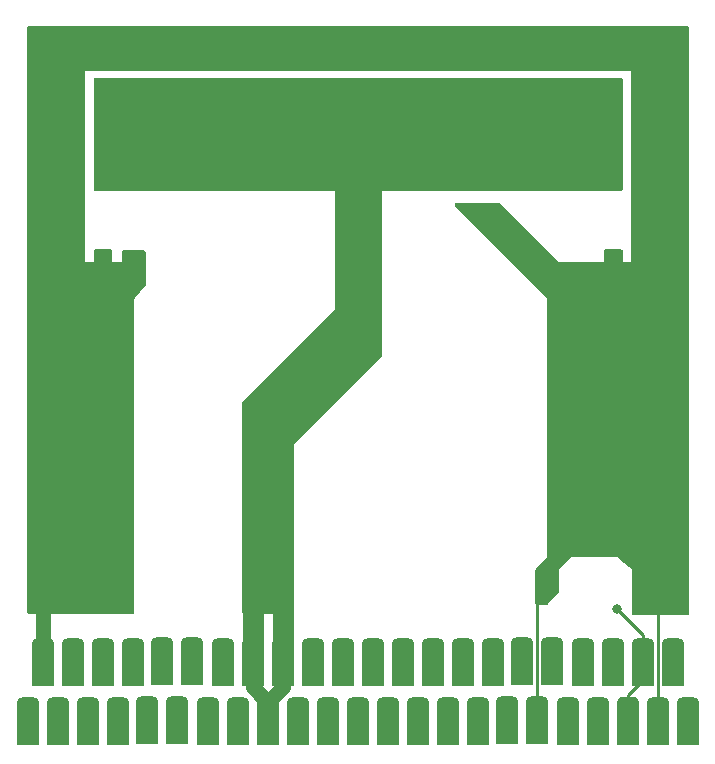
<source format=gbr>
%TF.GenerationSoftware,KiCad,Pcbnew,(6.0.6)*%
%TF.CreationDate,2022-12-14T21:04:27-05:00*%
%TF.ProjectId,Cartridge,43617274-7269-4646-9765-2e6b69636164,rev?*%
%TF.SameCoordinates,Original*%
%TF.FileFunction,Copper,L1,Top*%
%TF.FilePolarity,Positive*%
%FSLAX46Y46*%
G04 Gerber Fmt 4.6, Leading zero omitted, Abs format (unit mm)*
G04 Created by KiCad (PCBNEW (6.0.6)) date 2022-12-14 21:04:27*
%MOMM*%
%LPD*%
G01*
G04 APERTURE LIST*
G04 Aperture macros list*
%AMFreePoly0*
4,1,17,-0.910000,1.545000,-0.901941,1.630258,-0.857113,1.757908,-0.776734,1.866734,-0.667908,1.947113,-0.540258,1.991941,-0.455000,2.000000,0.455000,2.000000,0.540258,1.991941,0.667908,1.947113,0.776734,1.866734,0.857113,1.757908,0.901941,1.630258,0.910000,1.545000,0.910000,-2.000000,-0.910000,-2.000000,-0.910000,1.545000,-0.910000,1.545000,$1*%
%AMFreePoly1*
4,1,17,-0.910000,1.610000,-0.901941,1.695258,-0.857113,1.822908,-0.776734,1.931734,-0.667908,2.012113,-0.540258,2.056941,-0.455000,2.065000,0.455000,2.065000,0.540258,2.056941,0.667908,2.012113,0.776734,1.931734,0.857113,1.822908,0.901941,1.695258,0.910000,1.610000,0.910000,-2.065000,-0.910000,-2.065000,-0.910000,1.610000,-0.910000,1.610000,$1*%
G04 Aperture macros list end*
%TA.AperFunction,ConnectorPad*%
%ADD10FreePoly0,0.000000*%
%TD*%
%TA.AperFunction,ConnectorPad*%
%ADD11FreePoly1,0.000000*%
%TD*%
%TA.AperFunction,ViaPad*%
%ADD12C,0.800000*%
%TD*%
%TA.AperFunction,ViaPad*%
%ADD13C,2.300000*%
%TD*%
%TA.AperFunction,Conductor*%
%ADD14C,0.250000*%
%TD*%
%TA.AperFunction,Conductor*%
%ADD15C,1.300000*%
%TD*%
%TA.AperFunction,Conductor*%
%ADD16C,1.800000*%
%TD*%
%TA.AperFunction,Conductor*%
%ADD17C,1.000000*%
%TD*%
%TA.AperFunction,Conductor*%
%ADD18C,1.650000*%
%TD*%
G04 APERTURE END LIST*
D10*
%TO.P,J1,1,+34V*%
%TO.N,unconnected-(J1-Pad1)*%
X122030000Y-105820000D03*
%TO.P,J1,2,+5V*%
%TO.N,+5V*%
X123300000Y-100820000D03*
%TO.P,J1,3,Write*%
%TO.N,unconnected-(J1-Pad3)*%
X124570000Y-105820000D03*
%TO.P,J1,4,A12*%
%TO.N,unconnected-(J1-Pad4)*%
X125840000Y-100820000D03*
%TO.P,J1,5,A7*%
%TO.N,unconnected-(J1-Pad5)*%
X127110000Y-105820000D03*
%TO.P,J1,6,A6*%
%TO.N,unconnected-(J1-Pad6)*%
X128380000Y-100820000D03*
%TO.P,J1,7,A5*%
%TO.N,unconnected-(J1-Pad7)*%
X129650000Y-105820000D03*
%TO.P,J1,8,A4*%
%TO.N,unconnected-(J1-Pad8)*%
X130920000Y-100820000D03*
%TO.P,J1,9,A3*%
%TO.N,unconnected-(J1-Pad9)*%
X132150400Y-105787201D03*
%TO.P,J1,10,A2*%
%TO.N,unconnected-(J1-Pad10)*%
X133420400Y-100787201D03*
%TO.P,J1,11,A1*%
%TO.N,unconnected-(J1-Pad11)*%
X134699200Y-105787201D03*
%TO.P,J1,12,A0*%
%TO.N,unconnected-(J1-Pad12)*%
X135969200Y-100787201D03*
%TO.P,J1,13,D0*%
%TO.N,unconnected-(J1-Pad13)*%
X137270000Y-105820000D03*
%TO.P,J1,14,D1*%
%TO.N,unconnected-(J1-Pad14)*%
X138540000Y-100820000D03*
%TO.P,J1,15,D2*%
%TO.N,unconnected-(J1-Pad15)*%
X139810000Y-105820000D03*
%TO.P,J1,16,GND*%
%TO.N,GND*%
X141080000Y-100820000D03*
D11*
%TO.P,J1,17,GND*%
X142370000Y-105885000D03*
D10*
%TO.P,J1,18,GND*%
X143620000Y-100820000D03*
%TO.P,J1,19,D3*%
%TO.N,unconnected-(J1-Pad19)*%
X144890000Y-105820000D03*
%TO.P,J1,20,D4*%
%TO.N,unconnected-(J1-Pad20)*%
X146160000Y-100820000D03*
%TO.P,J1,21,D5*%
%TO.N,unconnected-(J1-Pad21)*%
X147430000Y-105820000D03*
%TO.P,J1,22,D6*%
%TO.N,unconnected-(J1-Pad22)*%
X148700000Y-100820000D03*
%TO.P,J1,23,D7*%
%TO.N,unconnected-(J1-Pad23)*%
X149970000Y-105820000D03*
%TO.P,J1,24,Enable*%
%TO.N,unconnected-(J1-Pad24)*%
X151240000Y-100820000D03*
%TO.P,J1,25,A10*%
%TO.N,unconnected-(J1-Pad25)*%
X152510000Y-105820000D03*
%TO.P,J1,26,Read*%
%TO.N,unconnected-(J1-Pad26)*%
X153780000Y-100820000D03*
%TO.P,J1,27,M0-7*%
%TO.N,unconnected-(J1-Pad27)*%
X155050000Y-105820000D03*
%TO.P,J1,28,A15*%
%TO.N,unconnected-(J1-Pad28)*%
X156320000Y-100820000D03*
%TO.P,J1,29,A11*%
%TO.N,unconnected-(J1-Pad29)*%
X157590000Y-105820000D03*
%TO.P,J1,30,A9*%
%TO.N,unconnected-(J1-Pad30)*%
X158860000Y-100820000D03*
%TO.P,J1,31,A8*%
%TO.N,unconnected-(J1-Pad31)*%
X160130000Y-105820000D03*
%TO.P,J1,32,A13*%
%TO.N,unconnected-(J1-Pad32)*%
X161400000Y-100820000D03*
%TO.P,J1,33,A14*%
%TO.N,unconnected-(J1-Pad33)*%
X162630400Y-105787201D03*
%TO.P,J1,34,M8-B*%
%TO.N,unconnected-(J1-Pad34)*%
X163900400Y-100787201D03*
%TO.P,J1,35,+5V*%
%TO.N,+5V*%
X165179200Y-105787201D03*
%TO.P,J1,36,M1*%
%TO.N,unconnected-(J1-Pad36)*%
X166449200Y-100787201D03*
%TO.P,J1,37,IO_Request*%
%TO.N,unconnected-(J1-Pad37)*%
X167750000Y-105820000D03*
%TO.P,J1,38,Refresh*%
%TO.N,unconnected-(J1-Pad38)*%
X169020000Y-100820000D03*
%TO.P,J1,39,Reset*%
%TO.N,unconnected-(J1-Pad39)*%
X170290000Y-105820000D03*
%TO.P,J1,40,Clock*%
%TO.N,unconnected-(J1-Pad40)*%
X171560000Y-100820000D03*
D11*
%TO.P,J1,41,GND*%
%TO.N,GND*%
X172850000Y-105885000D03*
D10*
%TO.P,J1,42,GG*%
X174100000Y-100820000D03*
%TO.P,J1,43,TV_Enable*%
%TO.N,+5V*%
X175370000Y-105820000D03*
%TO.P,J1,44,TV_Audio_R*%
%TO.N,unconnected-(J1-Pad44)*%
X176640000Y-100820000D03*
%TO.P,J1,45,TV_Audio_L*%
%TO.N,unconnected-(J1-Pad45)*%
X177910000Y-105820000D03*
%TD*%
D12*
%TO.N,GND*%
X162200000Y-56100000D03*
X137900000Y-56000000D03*
%TO.N,+5V*%
X177500000Y-70500000D03*
X122500000Y-70600000D03*
%TO.N,GND*%
X152400000Y-60500000D03*
X147600000Y-60500000D03*
X148500000Y-61500000D03*
X151500000Y-61500000D03*
X144000000Y-82200000D03*
X148500000Y-71200000D03*
X151500000Y-74800000D03*
X140700000Y-79000000D03*
%TO.N,+5V*%
X130500000Y-84000000D03*
X166600000Y-91500000D03*
X173000000Y-92100000D03*
X130500000Y-70600000D03*
X166500000Y-70500000D03*
X160500000Y-62600000D03*
X171600000Y-66600000D03*
X128400000Y-66600000D03*
X131500000Y-66500000D03*
X130500000Y-96300000D03*
X122500000Y-96300000D03*
X166200000Y-95000000D03*
X173700000Y-96400000D03*
X177500000Y-96400000D03*
X122500000Y-47500000D03*
X177400000Y-47500000D03*
%TO.N,GND*%
X171900000Y-60500000D03*
X171900000Y-51900000D03*
X128100000Y-60500000D03*
X128100000Y-51900000D03*
X140700000Y-96400000D03*
X143600000Y-96400000D03*
X171900000Y-96400000D03*
X150000000Y-54500000D03*
D13*
%TO.N,+5V*%
X176500000Y-80000000D03*
X123500000Y-80000000D03*
%TD*%
D14*
%TO.N,GND*%
X171900000Y-96400000D02*
X174100000Y-98600000D01*
X172850000Y-103650000D02*
X172850000Y-105885000D01*
X174100000Y-102400000D02*
X172850000Y-103650000D01*
X174100000Y-98600000D02*
X174100000Y-102400000D01*
X174100000Y-98600000D02*
X174100000Y-100820000D01*
%TO.N,+5V*%
X175370000Y-83630000D02*
X176500000Y-82500000D01*
X175370000Y-105820000D02*
X175370000Y-83630000D01*
D15*
%TO.N,GND*%
X143620000Y-78220000D02*
X143600000Y-78200000D01*
D16*
X143620000Y-100820000D02*
X143620000Y-78220000D01*
X141080000Y-80720000D02*
X143600000Y-78200000D01*
X143600000Y-78200000D02*
X150000000Y-71800000D01*
D15*
%TO.N,+5V*%
X176500000Y-82500000D02*
X176500000Y-80000000D01*
X165700000Y-93300000D02*
X176500000Y-82500000D01*
D14*
X165135400Y-93864600D02*
X165700000Y-93300000D01*
X165135400Y-105743401D02*
X165135400Y-93864600D01*
X165179200Y-105787201D02*
X165135400Y-105743401D01*
D16*
%TO.N,GND*%
X150000000Y-71800000D02*
X150000000Y-54500000D01*
X141080000Y-100820000D02*
X141080000Y-80720000D01*
D15*
%TO.N,+5V*%
X123300000Y-80200000D02*
X123500000Y-80000000D01*
X123300000Y-100820000D02*
X123300000Y-80200000D01*
%TO.N,GND*%
X143620000Y-102989446D02*
X142379221Y-104230225D01*
X143620000Y-100820000D02*
X143620000Y-102989446D01*
D17*
X142370000Y-104140000D02*
X142370000Y-105885000D01*
D18*
X142370000Y-104300000D02*
X142370000Y-105885000D01*
D15*
X141080000Y-103010000D02*
X142370000Y-104300000D01*
X141080000Y-100820000D02*
X141080000Y-103010000D01*
%TD*%
%TA.AperFunction,Conductor*%
%TO.N,GND*%
G36*
X172342121Y-51420002D02*
G01*
X172388614Y-51473658D01*
X172400000Y-51526000D01*
X172400000Y-60865500D01*
X172379998Y-60933621D01*
X172326342Y-60980114D01*
X172274000Y-60991500D01*
X170747255Y-60991500D01*
X170746485Y-60991498D01*
X170745669Y-60991493D01*
X170668911Y-60991024D01*
X170655990Y-60994717D01*
X170654478Y-60995149D01*
X170619853Y-61000000D01*
X129382780Y-61000000D01*
X129346678Y-60994717D01*
X129345903Y-60994485D01*
X129345897Y-60994484D01*
X129337303Y-60991914D01*
X129328332Y-60991859D01*
X129328331Y-60991859D01*
X129318272Y-60991798D01*
X129302863Y-60991704D01*
X129302080Y-60991671D01*
X129300983Y-60991500D01*
X129269992Y-60991500D01*
X129269222Y-60991498D01*
X129195584Y-60991048D01*
X129195583Y-60991048D01*
X129191648Y-60991024D01*
X129190304Y-60991408D01*
X129188959Y-60991500D01*
X127726000Y-60991500D01*
X127657879Y-60971498D01*
X127611386Y-60917842D01*
X127600000Y-60865500D01*
X127600000Y-51526000D01*
X127620002Y-51457879D01*
X127673658Y-51411386D01*
X127726000Y-51400000D01*
X172274000Y-51400000D01*
X172342121Y-51420002D01*
G37*
%TD.AperFunction*%
%TD*%
%TA.AperFunction,Conductor*%
%TO.N,+5V*%
G36*
X177942121Y-47020002D02*
G01*
X177988614Y-47073658D01*
X178000000Y-47126000D01*
X178000000Y-96774000D01*
X177979998Y-96842121D01*
X177926342Y-96888614D01*
X177874000Y-96900000D01*
X173348095Y-96900000D01*
X173279974Y-96879998D01*
X173259000Y-96863095D01*
X173236905Y-96841000D01*
X173202879Y-96778688D01*
X173200000Y-96751905D01*
X173200000Y-93000000D01*
X172956870Y-92797392D01*
X172013916Y-92011596D01*
X172013914Y-92011595D01*
X172000000Y-92000000D01*
X168000000Y-92000000D01*
X167000000Y-93000000D01*
X167000000Y-94851288D01*
X166979998Y-94919409D01*
X166967233Y-94936044D01*
X166114546Y-95874000D01*
X166037494Y-95958757D01*
X165976871Y-95995707D01*
X165944262Y-96000000D01*
X165126000Y-96000000D01*
X165057879Y-95979998D01*
X165011386Y-95926342D01*
X165000000Y-95874000D01*
X165000000Y-93052190D01*
X165020002Y-92984069D01*
X165036905Y-92963095D01*
X166000000Y-92000000D01*
X166000000Y-70000000D01*
X158215095Y-62215095D01*
X158181069Y-62152783D01*
X158186134Y-62081968D01*
X158228681Y-62025132D01*
X158295201Y-62000321D01*
X158304190Y-62000000D01*
X161947810Y-62000000D01*
X162015931Y-62020002D01*
X162036905Y-62036905D01*
X167000000Y-67000000D01*
X170800000Y-67000000D01*
X170800000Y-66047785D01*
X170820002Y-65979664D01*
X170873658Y-65933171D01*
X170926000Y-65921785D01*
X172274000Y-65921785D01*
X172342121Y-65941787D01*
X172388614Y-65995443D01*
X172400000Y-66047785D01*
X172400000Y-67000000D01*
X173100000Y-67000000D01*
X173100000Y-50800000D01*
X126900000Y-50800000D01*
X126900000Y-67000000D01*
X127600000Y-67000000D01*
X127600000Y-66047785D01*
X127620002Y-65979664D01*
X127673658Y-65933171D01*
X127726000Y-65921785D01*
X129074000Y-65921785D01*
X129142121Y-65941787D01*
X129188614Y-65995443D01*
X129200000Y-66047785D01*
X129200000Y-67000000D01*
X130000000Y-67000000D01*
X130000000Y-66126000D01*
X130020002Y-66057879D01*
X130073658Y-66011386D01*
X130126000Y-66000000D01*
X131874000Y-66000000D01*
X131942121Y-66020002D01*
X131988614Y-66073658D01*
X132000000Y-66126000D01*
X132000000Y-68951288D01*
X131979998Y-69019409D01*
X131967232Y-69036045D01*
X131074441Y-70018115D01*
X131000000Y-70100000D01*
X131000000Y-96674000D01*
X130979998Y-96742121D01*
X130926342Y-96788614D01*
X130874000Y-96800000D01*
X122126000Y-96800000D01*
X122057879Y-96779998D01*
X122011386Y-96726342D01*
X122000000Y-96674000D01*
X122000000Y-47126000D01*
X122020002Y-47057879D01*
X122073658Y-47011386D01*
X122126000Y-47000000D01*
X177874000Y-47000000D01*
X177942121Y-47020002D01*
G37*
%TD.AperFunction*%
%TD*%
%TA.AperFunction,Conductor*%
%TO.N,GND*%
G36*
X152000000Y-74947810D02*
G01*
X151979998Y-75015931D01*
X151963095Y-75036905D01*
X144500000Y-82500000D01*
X144500000Y-86876165D01*
X144498236Y-86897178D01*
X144430707Y-87296435D01*
X144391366Y-87764929D01*
X144391366Y-88235071D01*
X144430707Y-88703565D01*
X144431145Y-88706154D01*
X144498236Y-89102822D01*
X144500000Y-89123835D01*
X144500000Y-96674000D01*
X144479998Y-96742121D01*
X144426342Y-96788614D01*
X144374000Y-96800000D01*
X140326000Y-96800000D01*
X140257879Y-96779998D01*
X140211386Y-96726342D01*
X140200000Y-96674000D01*
X140200000Y-78852190D01*
X140220002Y-78784069D01*
X140236905Y-78763095D01*
X148000000Y-71000000D01*
X148000000Y-60900000D01*
X152000000Y-60900000D01*
X152000000Y-74947810D01*
G37*
%TD.AperFunction*%
%TD*%
M02*

</source>
